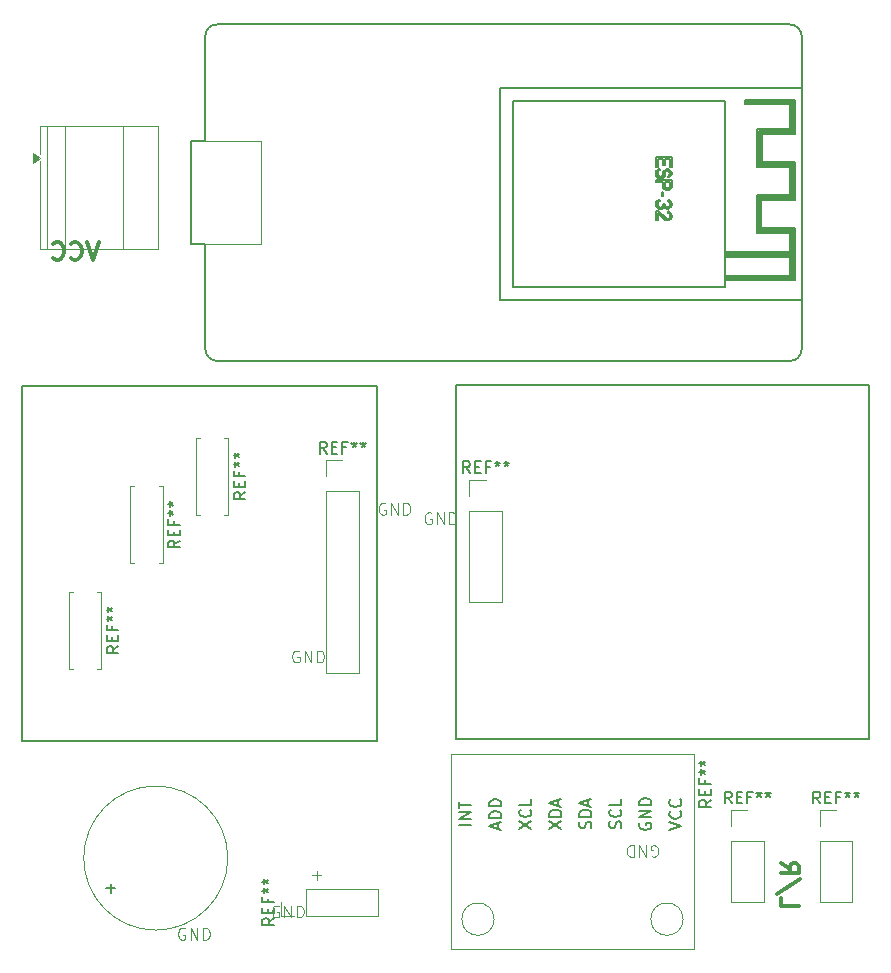
<source format=gbr>
%TF.GenerationSoftware,KiCad,Pcbnew,9.0.2*%
%TF.CreationDate,2025-12-05T19:38:36-05:00*%
%TF.ProjectId,PCB,5043422e-6b69-4636-9164-5f7063625858,rev?*%
%TF.SameCoordinates,Original*%
%TF.FileFunction,Legend,Top*%
%TF.FilePolarity,Positive*%
%FSLAX46Y46*%
G04 Gerber Fmt 4.6, Leading zero omitted, Abs format (unit mm)*
G04 Created by KiCad (PCBNEW 9.0.2) date 2025-12-05 19:38:36*
%MOMM*%
%LPD*%
G01*
G04 APERTURE LIST*
%ADD10C,0.100000*%
%ADD11C,0.300000*%
%ADD12C,0.200000*%
%ADD13C,0.150000*%
%ADD14C,0.120000*%
%ADD15C,0.170000*%
%ADD16C,0.500000*%
%ADD17C,0.400000*%
G04 APERTURE END LIST*
D10*
X76743884Y-116981466D02*
X77505789Y-116981466D01*
X77124836Y-117362419D02*
X77124836Y-116600514D01*
D11*
X116449171Y-118891203D02*
X116449171Y-119605489D01*
X116449171Y-119605489D02*
X117949171Y-119605489D01*
X118020600Y-117319774D02*
X116092028Y-118605488D01*
X116449171Y-115962631D02*
X117163457Y-116462631D01*
X116449171Y-116819774D02*
X117949171Y-116819774D01*
X117949171Y-116819774D02*
X117949171Y-116248345D01*
X117949171Y-116248345D02*
X117877742Y-116105488D01*
X117877742Y-116105488D02*
X117806314Y-116034059D01*
X117806314Y-116034059D02*
X117663457Y-115962631D01*
X117663457Y-115962631D02*
X117449171Y-115962631D01*
X117449171Y-115962631D02*
X117306314Y-116034059D01*
X117306314Y-116034059D02*
X117234885Y-116105488D01*
X117234885Y-116105488D02*
X117163457Y-116248345D01*
X117163457Y-116248345D02*
X117163457Y-116819774D01*
D10*
X105462306Y-115399961D02*
X105557544Y-115447580D01*
X105557544Y-115447580D02*
X105700401Y-115447580D01*
X105700401Y-115447580D02*
X105843258Y-115399961D01*
X105843258Y-115399961D02*
X105938496Y-115304723D01*
X105938496Y-115304723D02*
X105986115Y-115209485D01*
X105986115Y-115209485D02*
X106033734Y-115019009D01*
X106033734Y-115019009D02*
X106033734Y-114876152D01*
X106033734Y-114876152D02*
X105986115Y-114685676D01*
X105986115Y-114685676D02*
X105938496Y-114590438D01*
X105938496Y-114590438D02*
X105843258Y-114495200D01*
X105843258Y-114495200D02*
X105700401Y-114447580D01*
X105700401Y-114447580D02*
X105605163Y-114447580D01*
X105605163Y-114447580D02*
X105462306Y-114495200D01*
X105462306Y-114495200D02*
X105414687Y-114542819D01*
X105414687Y-114542819D02*
X105414687Y-114876152D01*
X105414687Y-114876152D02*
X105605163Y-114876152D01*
X104986115Y-114447580D02*
X104986115Y-115447580D01*
X104986115Y-115447580D02*
X104414687Y-114447580D01*
X104414687Y-114447580D02*
X104414687Y-115447580D01*
X103938496Y-114447580D02*
X103938496Y-115447580D01*
X103938496Y-115447580D02*
X103700401Y-115447580D01*
X103700401Y-115447580D02*
X103557544Y-115399961D01*
X103557544Y-115399961D02*
X103462306Y-115304723D01*
X103462306Y-115304723D02*
X103414687Y-115209485D01*
X103414687Y-115209485D02*
X103367068Y-115019009D01*
X103367068Y-115019009D02*
X103367068Y-114876152D01*
X103367068Y-114876152D02*
X103414687Y-114685676D01*
X103414687Y-114685676D02*
X103462306Y-114590438D01*
X103462306Y-114590438D02*
X103557544Y-114495200D01*
X103557544Y-114495200D02*
X103700401Y-114447580D01*
X103700401Y-114447580D02*
X103938496Y-114447580D01*
X73907693Y-119620038D02*
X73812455Y-119572419D01*
X73812455Y-119572419D02*
X73669598Y-119572419D01*
X73669598Y-119572419D02*
X73526741Y-119620038D01*
X73526741Y-119620038D02*
X73431503Y-119715276D01*
X73431503Y-119715276D02*
X73383884Y-119810514D01*
X73383884Y-119810514D02*
X73336265Y-120000990D01*
X73336265Y-120000990D02*
X73336265Y-120143847D01*
X73336265Y-120143847D02*
X73383884Y-120334323D01*
X73383884Y-120334323D02*
X73431503Y-120429561D01*
X73431503Y-120429561D02*
X73526741Y-120524800D01*
X73526741Y-120524800D02*
X73669598Y-120572419D01*
X73669598Y-120572419D02*
X73764836Y-120572419D01*
X73764836Y-120572419D02*
X73907693Y-120524800D01*
X73907693Y-120524800D02*
X73955312Y-120477180D01*
X73955312Y-120477180D02*
X73955312Y-120143847D01*
X73955312Y-120143847D02*
X73764836Y-120143847D01*
X74383884Y-120572419D02*
X74383884Y-119572419D01*
X74383884Y-119572419D02*
X74955312Y-120572419D01*
X74955312Y-120572419D02*
X74955312Y-119572419D01*
X75431503Y-120572419D02*
X75431503Y-119572419D01*
X75431503Y-119572419D02*
X75669598Y-119572419D01*
X75669598Y-119572419D02*
X75812455Y-119620038D01*
X75812455Y-119620038D02*
X75907693Y-119715276D01*
X75907693Y-119715276D02*
X75955312Y-119810514D01*
X75955312Y-119810514D02*
X76002931Y-120000990D01*
X76002931Y-120000990D02*
X76002931Y-120143847D01*
X76002931Y-120143847D02*
X75955312Y-120334323D01*
X75955312Y-120334323D02*
X75907693Y-120429561D01*
X75907693Y-120429561D02*
X75812455Y-120524800D01*
X75812455Y-120524800D02*
X75669598Y-120572419D01*
X75669598Y-120572419D02*
X75431503Y-120572419D01*
D11*
X58659774Y-63400828D02*
X58159774Y-64900828D01*
X58159774Y-64900828D02*
X57659774Y-63400828D01*
X56302632Y-64757971D02*
X56374060Y-64829400D01*
X56374060Y-64829400D02*
X56588346Y-64900828D01*
X56588346Y-64900828D02*
X56731203Y-64900828D01*
X56731203Y-64900828D02*
X56945489Y-64829400D01*
X56945489Y-64829400D02*
X57088346Y-64686542D01*
X57088346Y-64686542D02*
X57159775Y-64543685D01*
X57159775Y-64543685D02*
X57231203Y-64257971D01*
X57231203Y-64257971D02*
X57231203Y-64043685D01*
X57231203Y-64043685D02*
X57159775Y-63757971D01*
X57159775Y-63757971D02*
X57088346Y-63615114D01*
X57088346Y-63615114D02*
X56945489Y-63472257D01*
X56945489Y-63472257D02*
X56731203Y-63400828D01*
X56731203Y-63400828D02*
X56588346Y-63400828D01*
X56588346Y-63400828D02*
X56374060Y-63472257D01*
X56374060Y-63472257D02*
X56302632Y-63543685D01*
X54802632Y-64757971D02*
X54874060Y-64829400D01*
X54874060Y-64829400D02*
X55088346Y-64900828D01*
X55088346Y-64900828D02*
X55231203Y-64900828D01*
X55231203Y-64900828D02*
X55445489Y-64829400D01*
X55445489Y-64829400D02*
X55588346Y-64686542D01*
X55588346Y-64686542D02*
X55659775Y-64543685D01*
X55659775Y-64543685D02*
X55731203Y-64257971D01*
X55731203Y-64257971D02*
X55731203Y-64043685D01*
X55731203Y-64043685D02*
X55659775Y-63757971D01*
X55659775Y-63757971D02*
X55588346Y-63615114D01*
X55588346Y-63615114D02*
X55445489Y-63472257D01*
X55445489Y-63472257D02*
X55231203Y-63400828D01*
X55231203Y-63400828D02*
X55088346Y-63400828D01*
X55088346Y-63400828D02*
X54874060Y-63472257D01*
X54874060Y-63472257D02*
X54802632Y-63543685D01*
D12*
X52200000Y-75600000D02*
X82200000Y-75600000D01*
X82200000Y-105600000D01*
X52200000Y-105600000D01*
X52200000Y-75600000D01*
D10*
X65957693Y-121500038D02*
X65862455Y-121452419D01*
X65862455Y-121452419D02*
X65719598Y-121452419D01*
X65719598Y-121452419D02*
X65576741Y-121500038D01*
X65576741Y-121500038D02*
X65481503Y-121595276D01*
X65481503Y-121595276D02*
X65433884Y-121690514D01*
X65433884Y-121690514D02*
X65386265Y-121880990D01*
X65386265Y-121880990D02*
X65386265Y-122023847D01*
X65386265Y-122023847D02*
X65433884Y-122214323D01*
X65433884Y-122214323D02*
X65481503Y-122309561D01*
X65481503Y-122309561D02*
X65576741Y-122404800D01*
X65576741Y-122404800D02*
X65719598Y-122452419D01*
X65719598Y-122452419D02*
X65814836Y-122452419D01*
X65814836Y-122452419D02*
X65957693Y-122404800D01*
X65957693Y-122404800D02*
X66005312Y-122357180D01*
X66005312Y-122357180D02*
X66005312Y-122023847D01*
X66005312Y-122023847D02*
X65814836Y-122023847D01*
X66433884Y-122452419D02*
X66433884Y-121452419D01*
X66433884Y-121452419D02*
X67005312Y-122452419D01*
X67005312Y-122452419D02*
X67005312Y-121452419D01*
X67481503Y-122452419D02*
X67481503Y-121452419D01*
X67481503Y-121452419D02*
X67719598Y-121452419D01*
X67719598Y-121452419D02*
X67862455Y-121500038D01*
X67862455Y-121500038D02*
X67957693Y-121595276D01*
X67957693Y-121595276D02*
X68005312Y-121690514D01*
X68005312Y-121690514D02*
X68052931Y-121880990D01*
X68052931Y-121880990D02*
X68052931Y-122023847D01*
X68052931Y-122023847D02*
X68005312Y-122214323D01*
X68005312Y-122214323D02*
X67957693Y-122309561D01*
X67957693Y-122309561D02*
X67862455Y-122404800D01*
X67862455Y-122404800D02*
X67719598Y-122452419D01*
X67719598Y-122452419D02*
X67481503Y-122452419D01*
X75627693Y-98020038D02*
X75532455Y-97972419D01*
X75532455Y-97972419D02*
X75389598Y-97972419D01*
X75389598Y-97972419D02*
X75246741Y-98020038D01*
X75246741Y-98020038D02*
X75151503Y-98115276D01*
X75151503Y-98115276D02*
X75103884Y-98210514D01*
X75103884Y-98210514D02*
X75056265Y-98400990D01*
X75056265Y-98400990D02*
X75056265Y-98543847D01*
X75056265Y-98543847D02*
X75103884Y-98734323D01*
X75103884Y-98734323D02*
X75151503Y-98829561D01*
X75151503Y-98829561D02*
X75246741Y-98924800D01*
X75246741Y-98924800D02*
X75389598Y-98972419D01*
X75389598Y-98972419D02*
X75484836Y-98972419D01*
X75484836Y-98972419D02*
X75627693Y-98924800D01*
X75627693Y-98924800D02*
X75675312Y-98877180D01*
X75675312Y-98877180D02*
X75675312Y-98543847D01*
X75675312Y-98543847D02*
X75484836Y-98543847D01*
X76103884Y-98972419D02*
X76103884Y-97972419D01*
X76103884Y-97972419D02*
X76675312Y-98972419D01*
X76675312Y-98972419D02*
X76675312Y-97972419D01*
X77151503Y-98972419D02*
X77151503Y-97972419D01*
X77151503Y-97972419D02*
X77389598Y-97972419D01*
X77389598Y-97972419D02*
X77532455Y-98020038D01*
X77532455Y-98020038D02*
X77627693Y-98115276D01*
X77627693Y-98115276D02*
X77675312Y-98210514D01*
X77675312Y-98210514D02*
X77722931Y-98400990D01*
X77722931Y-98400990D02*
X77722931Y-98543847D01*
X77722931Y-98543847D02*
X77675312Y-98734323D01*
X77675312Y-98734323D02*
X77627693Y-98829561D01*
X77627693Y-98829561D02*
X77532455Y-98924800D01*
X77532455Y-98924800D02*
X77389598Y-98972419D01*
X77389598Y-98972419D02*
X77151503Y-98972419D01*
X82927693Y-85520038D02*
X82832455Y-85472419D01*
X82832455Y-85472419D02*
X82689598Y-85472419D01*
X82689598Y-85472419D02*
X82546741Y-85520038D01*
X82546741Y-85520038D02*
X82451503Y-85615276D01*
X82451503Y-85615276D02*
X82403884Y-85710514D01*
X82403884Y-85710514D02*
X82356265Y-85900990D01*
X82356265Y-85900990D02*
X82356265Y-86043847D01*
X82356265Y-86043847D02*
X82403884Y-86234323D01*
X82403884Y-86234323D02*
X82451503Y-86329561D01*
X82451503Y-86329561D02*
X82546741Y-86424800D01*
X82546741Y-86424800D02*
X82689598Y-86472419D01*
X82689598Y-86472419D02*
X82784836Y-86472419D01*
X82784836Y-86472419D02*
X82927693Y-86424800D01*
X82927693Y-86424800D02*
X82975312Y-86377180D01*
X82975312Y-86377180D02*
X82975312Y-86043847D01*
X82975312Y-86043847D02*
X82784836Y-86043847D01*
X83403884Y-86472419D02*
X83403884Y-85472419D01*
X83403884Y-85472419D02*
X83975312Y-86472419D01*
X83975312Y-86472419D02*
X83975312Y-85472419D01*
X84451503Y-86472419D02*
X84451503Y-85472419D01*
X84451503Y-85472419D02*
X84689598Y-85472419D01*
X84689598Y-85472419D02*
X84832455Y-85520038D01*
X84832455Y-85520038D02*
X84927693Y-85615276D01*
X84927693Y-85615276D02*
X84975312Y-85710514D01*
X84975312Y-85710514D02*
X85022931Y-85900990D01*
X85022931Y-85900990D02*
X85022931Y-86043847D01*
X85022931Y-86043847D02*
X84975312Y-86234323D01*
X84975312Y-86234323D02*
X84927693Y-86329561D01*
X84927693Y-86329561D02*
X84832455Y-86424800D01*
X84832455Y-86424800D02*
X84689598Y-86472419D01*
X84689598Y-86472419D02*
X84451503Y-86472419D01*
X86827693Y-86320038D02*
X86732455Y-86272419D01*
X86732455Y-86272419D02*
X86589598Y-86272419D01*
X86589598Y-86272419D02*
X86446741Y-86320038D01*
X86446741Y-86320038D02*
X86351503Y-86415276D01*
X86351503Y-86415276D02*
X86303884Y-86510514D01*
X86303884Y-86510514D02*
X86256265Y-86700990D01*
X86256265Y-86700990D02*
X86256265Y-86843847D01*
X86256265Y-86843847D02*
X86303884Y-87034323D01*
X86303884Y-87034323D02*
X86351503Y-87129561D01*
X86351503Y-87129561D02*
X86446741Y-87224800D01*
X86446741Y-87224800D02*
X86589598Y-87272419D01*
X86589598Y-87272419D02*
X86684836Y-87272419D01*
X86684836Y-87272419D02*
X86827693Y-87224800D01*
X86827693Y-87224800D02*
X86875312Y-87177180D01*
X86875312Y-87177180D02*
X86875312Y-86843847D01*
X86875312Y-86843847D02*
X86684836Y-86843847D01*
X87303884Y-87272419D02*
X87303884Y-86272419D01*
X87303884Y-86272419D02*
X87875312Y-87272419D01*
X87875312Y-87272419D02*
X87875312Y-86272419D01*
X88351503Y-87272419D02*
X88351503Y-86272419D01*
X88351503Y-86272419D02*
X88589598Y-86272419D01*
X88589598Y-86272419D02*
X88732455Y-86320038D01*
X88732455Y-86320038D02*
X88827693Y-86415276D01*
X88827693Y-86415276D02*
X88875312Y-86510514D01*
X88875312Y-86510514D02*
X88922931Y-86700990D01*
X88922931Y-86700990D02*
X88922931Y-86843847D01*
X88922931Y-86843847D02*
X88875312Y-87034323D01*
X88875312Y-87034323D02*
X88827693Y-87129561D01*
X88827693Y-87129561D02*
X88732455Y-87224800D01*
X88732455Y-87224800D02*
X88589598Y-87272419D01*
X88589598Y-87272419D02*
X88351503Y-87272419D01*
D12*
X88900000Y-75500000D02*
X123900000Y-75500000D01*
X123900000Y-105500000D01*
X88900000Y-105500000D01*
X88900000Y-75500000D01*
D13*
X71084819Y-84543333D02*
X70608628Y-84876666D01*
X71084819Y-85114761D02*
X70084819Y-85114761D01*
X70084819Y-85114761D02*
X70084819Y-84733809D01*
X70084819Y-84733809D02*
X70132438Y-84638571D01*
X70132438Y-84638571D02*
X70180057Y-84590952D01*
X70180057Y-84590952D02*
X70275295Y-84543333D01*
X70275295Y-84543333D02*
X70418152Y-84543333D01*
X70418152Y-84543333D02*
X70513390Y-84590952D01*
X70513390Y-84590952D02*
X70561009Y-84638571D01*
X70561009Y-84638571D02*
X70608628Y-84733809D01*
X70608628Y-84733809D02*
X70608628Y-85114761D01*
X70561009Y-84114761D02*
X70561009Y-83781428D01*
X71084819Y-83638571D02*
X71084819Y-84114761D01*
X71084819Y-84114761D02*
X70084819Y-84114761D01*
X70084819Y-84114761D02*
X70084819Y-83638571D01*
X70561009Y-82876666D02*
X70561009Y-83209999D01*
X71084819Y-83209999D02*
X70084819Y-83209999D01*
X70084819Y-83209999D02*
X70084819Y-82733809D01*
X70084819Y-82209999D02*
X70322914Y-82209999D01*
X70227676Y-82448094D02*
X70322914Y-82209999D01*
X70322914Y-82209999D02*
X70227676Y-81971904D01*
X70513390Y-82352856D02*
X70322914Y-82209999D01*
X70322914Y-82209999D02*
X70513390Y-82067142D01*
X70084819Y-81448094D02*
X70322914Y-81448094D01*
X70227676Y-81686189D02*
X70322914Y-81448094D01*
X70322914Y-81448094D02*
X70227676Y-81209999D01*
X70513390Y-81590951D02*
X70322914Y-81448094D01*
X70322914Y-81448094D02*
X70513390Y-81305237D01*
X65534819Y-88653333D02*
X65058628Y-88986666D01*
X65534819Y-89224761D02*
X64534819Y-89224761D01*
X64534819Y-89224761D02*
X64534819Y-88843809D01*
X64534819Y-88843809D02*
X64582438Y-88748571D01*
X64582438Y-88748571D02*
X64630057Y-88700952D01*
X64630057Y-88700952D02*
X64725295Y-88653333D01*
X64725295Y-88653333D02*
X64868152Y-88653333D01*
X64868152Y-88653333D02*
X64963390Y-88700952D01*
X64963390Y-88700952D02*
X65011009Y-88748571D01*
X65011009Y-88748571D02*
X65058628Y-88843809D01*
X65058628Y-88843809D02*
X65058628Y-89224761D01*
X65011009Y-88224761D02*
X65011009Y-87891428D01*
X65534819Y-87748571D02*
X65534819Y-88224761D01*
X65534819Y-88224761D02*
X64534819Y-88224761D01*
X64534819Y-88224761D02*
X64534819Y-87748571D01*
X65011009Y-86986666D02*
X65011009Y-87319999D01*
X65534819Y-87319999D02*
X64534819Y-87319999D01*
X64534819Y-87319999D02*
X64534819Y-86843809D01*
X64534819Y-86319999D02*
X64772914Y-86319999D01*
X64677676Y-86558094D02*
X64772914Y-86319999D01*
X64772914Y-86319999D02*
X64677676Y-86081904D01*
X64963390Y-86462856D02*
X64772914Y-86319999D01*
X64772914Y-86319999D02*
X64963390Y-86177142D01*
X64534819Y-85558094D02*
X64772914Y-85558094D01*
X64677676Y-85796189D02*
X64772914Y-85558094D01*
X64772914Y-85558094D02*
X64677676Y-85319999D01*
X64963390Y-85700951D02*
X64772914Y-85558094D01*
X64772914Y-85558094D02*
X64963390Y-85415237D01*
X60324819Y-97593333D02*
X59848628Y-97926666D01*
X60324819Y-98164761D02*
X59324819Y-98164761D01*
X59324819Y-98164761D02*
X59324819Y-97783809D01*
X59324819Y-97783809D02*
X59372438Y-97688571D01*
X59372438Y-97688571D02*
X59420057Y-97640952D01*
X59420057Y-97640952D02*
X59515295Y-97593333D01*
X59515295Y-97593333D02*
X59658152Y-97593333D01*
X59658152Y-97593333D02*
X59753390Y-97640952D01*
X59753390Y-97640952D02*
X59801009Y-97688571D01*
X59801009Y-97688571D02*
X59848628Y-97783809D01*
X59848628Y-97783809D02*
X59848628Y-98164761D01*
X59801009Y-97164761D02*
X59801009Y-96831428D01*
X60324819Y-96688571D02*
X60324819Y-97164761D01*
X60324819Y-97164761D02*
X59324819Y-97164761D01*
X59324819Y-97164761D02*
X59324819Y-96688571D01*
X59801009Y-95926666D02*
X59801009Y-96259999D01*
X60324819Y-96259999D02*
X59324819Y-96259999D01*
X59324819Y-96259999D02*
X59324819Y-95783809D01*
X59324819Y-95259999D02*
X59562914Y-95259999D01*
X59467676Y-95498094D02*
X59562914Y-95259999D01*
X59562914Y-95259999D02*
X59467676Y-95021904D01*
X59753390Y-95402856D02*
X59562914Y-95259999D01*
X59562914Y-95259999D02*
X59753390Y-95117142D01*
X59324819Y-94498094D02*
X59562914Y-94498094D01*
X59467676Y-94736189D02*
X59562914Y-94498094D01*
X59562914Y-94498094D02*
X59467676Y-94259999D01*
X59753390Y-94640951D02*
X59562914Y-94498094D01*
X59562914Y-94498094D02*
X59753390Y-94355237D01*
X119736666Y-110914819D02*
X119403333Y-110438628D01*
X119165238Y-110914819D02*
X119165238Y-109914819D01*
X119165238Y-109914819D02*
X119546190Y-109914819D01*
X119546190Y-109914819D02*
X119641428Y-109962438D01*
X119641428Y-109962438D02*
X119689047Y-110010057D01*
X119689047Y-110010057D02*
X119736666Y-110105295D01*
X119736666Y-110105295D02*
X119736666Y-110248152D01*
X119736666Y-110248152D02*
X119689047Y-110343390D01*
X119689047Y-110343390D02*
X119641428Y-110391009D01*
X119641428Y-110391009D02*
X119546190Y-110438628D01*
X119546190Y-110438628D02*
X119165238Y-110438628D01*
X120165238Y-110391009D02*
X120498571Y-110391009D01*
X120641428Y-110914819D02*
X120165238Y-110914819D01*
X120165238Y-110914819D02*
X120165238Y-109914819D01*
X120165238Y-109914819D02*
X120641428Y-109914819D01*
X121403333Y-110391009D02*
X121070000Y-110391009D01*
X121070000Y-110914819D02*
X121070000Y-109914819D01*
X121070000Y-109914819D02*
X121546190Y-109914819D01*
X122070000Y-109914819D02*
X122070000Y-110152914D01*
X121831905Y-110057676D02*
X122070000Y-110152914D01*
X122070000Y-110152914D02*
X122308095Y-110057676D01*
X121927143Y-110343390D02*
X122070000Y-110152914D01*
X122070000Y-110152914D02*
X122212857Y-110343390D01*
X122831905Y-109914819D02*
X122831905Y-110152914D01*
X122593810Y-110057676D02*
X122831905Y-110152914D01*
X122831905Y-110152914D02*
X123070000Y-110057676D01*
X122689048Y-110343390D02*
X122831905Y-110152914D01*
X122831905Y-110152914D02*
X122974762Y-110343390D01*
X112236666Y-110914819D02*
X111903333Y-110438628D01*
X111665238Y-110914819D02*
X111665238Y-109914819D01*
X111665238Y-109914819D02*
X112046190Y-109914819D01*
X112046190Y-109914819D02*
X112141428Y-109962438D01*
X112141428Y-109962438D02*
X112189047Y-110010057D01*
X112189047Y-110010057D02*
X112236666Y-110105295D01*
X112236666Y-110105295D02*
X112236666Y-110248152D01*
X112236666Y-110248152D02*
X112189047Y-110343390D01*
X112189047Y-110343390D02*
X112141428Y-110391009D01*
X112141428Y-110391009D02*
X112046190Y-110438628D01*
X112046190Y-110438628D02*
X111665238Y-110438628D01*
X112665238Y-110391009D02*
X112998571Y-110391009D01*
X113141428Y-110914819D02*
X112665238Y-110914819D01*
X112665238Y-110914819D02*
X112665238Y-109914819D01*
X112665238Y-109914819D02*
X113141428Y-109914819D01*
X113903333Y-110391009D02*
X113570000Y-110391009D01*
X113570000Y-110914819D02*
X113570000Y-109914819D01*
X113570000Y-109914819D02*
X114046190Y-109914819D01*
X114570000Y-109914819D02*
X114570000Y-110152914D01*
X114331905Y-110057676D02*
X114570000Y-110152914D01*
X114570000Y-110152914D02*
X114808095Y-110057676D01*
X114427143Y-110343390D02*
X114570000Y-110152914D01*
X114570000Y-110152914D02*
X114712857Y-110343390D01*
X115331905Y-109914819D02*
X115331905Y-110152914D01*
X115093810Y-110057676D02*
X115331905Y-110152914D01*
X115331905Y-110152914D02*
X115570000Y-110057676D01*
X115189048Y-110343390D02*
X115331905Y-110152914D01*
X115331905Y-110152914D02*
X115474762Y-110343390D01*
X110524819Y-110613333D02*
X110048628Y-110946666D01*
X110524819Y-111184761D02*
X109524819Y-111184761D01*
X109524819Y-111184761D02*
X109524819Y-110803809D01*
X109524819Y-110803809D02*
X109572438Y-110708571D01*
X109572438Y-110708571D02*
X109620057Y-110660952D01*
X109620057Y-110660952D02*
X109715295Y-110613333D01*
X109715295Y-110613333D02*
X109858152Y-110613333D01*
X109858152Y-110613333D02*
X109953390Y-110660952D01*
X109953390Y-110660952D02*
X110001009Y-110708571D01*
X110001009Y-110708571D02*
X110048628Y-110803809D01*
X110048628Y-110803809D02*
X110048628Y-111184761D01*
X110001009Y-110184761D02*
X110001009Y-109851428D01*
X110524819Y-109708571D02*
X110524819Y-110184761D01*
X110524819Y-110184761D02*
X109524819Y-110184761D01*
X109524819Y-110184761D02*
X109524819Y-109708571D01*
X110001009Y-108946666D02*
X110001009Y-109279999D01*
X110524819Y-109279999D02*
X109524819Y-109279999D01*
X109524819Y-109279999D02*
X109524819Y-108803809D01*
X109524819Y-108279999D02*
X109762914Y-108279999D01*
X109667676Y-108518094D02*
X109762914Y-108279999D01*
X109762914Y-108279999D02*
X109667676Y-108041904D01*
X109953390Y-108422856D02*
X109762914Y-108279999D01*
X109762914Y-108279999D02*
X109953390Y-108137142D01*
X109524819Y-107518094D02*
X109762914Y-107518094D01*
X109667676Y-107756189D02*
X109762914Y-107518094D01*
X109762914Y-107518094D02*
X109667676Y-107279999D01*
X109953390Y-107660951D02*
X109762914Y-107518094D01*
X109762914Y-107518094D02*
X109953390Y-107375237D01*
X94284819Y-113058094D02*
X95284819Y-112391428D01*
X94284819Y-112391428D02*
X95284819Y-113058094D01*
X95189580Y-111439047D02*
X95237200Y-111486666D01*
X95237200Y-111486666D02*
X95284819Y-111629523D01*
X95284819Y-111629523D02*
X95284819Y-111724761D01*
X95284819Y-111724761D02*
X95237200Y-111867618D01*
X95237200Y-111867618D02*
X95141961Y-111962856D01*
X95141961Y-111962856D02*
X95046723Y-112010475D01*
X95046723Y-112010475D02*
X94856247Y-112058094D01*
X94856247Y-112058094D02*
X94713390Y-112058094D01*
X94713390Y-112058094D02*
X94522914Y-112010475D01*
X94522914Y-112010475D02*
X94427676Y-111962856D01*
X94427676Y-111962856D02*
X94332438Y-111867618D01*
X94332438Y-111867618D02*
X94284819Y-111724761D01*
X94284819Y-111724761D02*
X94284819Y-111629523D01*
X94284819Y-111629523D02*
X94332438Y-111486666D01*
X94332438Y-111486666D02*
X94380057Y-111439047D01*
X95284819Y-110534285D02*
X95284819Y-111010475D01*
X95284819Y-111010475D02*
X94284819Y-111010475D01*
X90204819Y-112724761D02*
X89204819Y-112724761D01*
X90204819Y-112248571D02*
X89204819Y-112248571D01*
X89204819Y-112248571D02*
X90204819Y-111677143D01*
X90204819Y-111677143D02*
X89204819Y-111677143D01*
X89204819Y-111343809D02*
X89204819Y-110772381D01*
X90204819Y-111058095D02*
X89204819Y-111058095D01*
X100317200Y-113034285D02*
X100364819Y-112891428D01*
X100364819Y-112891428D02*
X100364819Y-112653333D01*
X100364819Y-112653333D02*
X100317200Y-112558095D01*
X100317200Y-112558095D02*
X100269580Y-112510476D01*
X100269580Y-112510476D02*
X100174342Y-112462857D01*
X100174342Y-112462857D02*
X100079104Y-112462857D01*
X100079104Y-112462857D02*
X99983866Y-112510476D01*
X99983866Y-112510476D02*
X99936247Y-112558095D01*
X99936247Y-112558095D02*
X99888628Y-112653333D01*
X99888628Y-112653333D02*
X99841009Y-112843809D01*
X99841009Y-112843809D02*
X99793390Y-112939047D01*
X99793390Y-112939047D02*
X99745771Y-112986666D01*
X99745771Y-112986666D02*
X99650533Y-113034285D01*
X99650533Y-113034285D02*
X99555295Y-113034285D01*
X99555295Y-113034285D02*
X99460057Y-112986666D01*
X99460057Y-112986666D02*
X99412438Y-112939047D01*
X99412438Y-112939047D02*
X99364819Y-112843809D01*
X99364819Y-112843809D02*
X99364819Y-112605714D01*
X99364819Y-112605714D02*
X99412438Y-112462857D01*
X100364819Y-112034285D02*
X99364819Y-112034285D01*
X99364819Y-112034285D02*
X99364819Y-111796190D01*
X99364819Y-111796190D02*
X99412438Y-111653333D01*
X99412438Y-111653333D02*
X99507676Y-111558095D01*
X99507676Y-111558095D02*
X99602914Y-111510476D01*
X99602914Y-111510476D02*
X99793390Y-111462857D01*
X99793390Y-111462857D02*
X99936247Y-111462857D01*
X99936247Y-111462857D02*
X100126723Y-111510476D01*
X100126723Y-111510476D02*
X100221961Y-111558095D01*
X100221961Y-111558095D02*
X100317200Y-111653333D01*
X100317200Y-111653333D02*
X100364819Y-111796190D01*
X100364819Y-111796190D02*
X100364819Y-112034285D01*
X100079104Y-111081904D02*
X100079104Y-110605714D01*
X100364819Y-111177142D02*
X99364819Y-110843809D01*
X99364819Y-110843809D02*
X100364819Y-110510476D01*
X92459104Y-113058094D02*
X92459104Y-112581904D01*
X92744819Y-113153332D02*
X91744819Y-112819999D01*
X91744819Y-112819999D02*
X92744819Y-112486666D01*
X92744819Y-112153332D02*
X91744819Y-112153332D01*
X91744819Y-112153332D02*
X91744819Y-111915237D01*
X91744819Y-111915237D02*
X91792438Y-111772380D01*
X91792438Y-111772380D02*
X91887676Y-111677142D01*
X91887676Y-111677142D02*
X91982914Y-111629523D01*
X91982914Y-111629523D02*
X92173390Y-111581904D01*
X92173390Y-111581904D02*
X92316247Y-111581904D01*
X92316247Y-111581904D02*
X92506723Y-111629523D01*
X92506723Y-111629523D02*
X92601961Y-111677142D01*
X92601961Y-111677142D02*
X92697200Y-111772380D01*
X92697200Y-111772380D02*
X92744819Y-111915237D01*
X92744819Y-111915237D02*
X92744819Y-112153332D01*
X92744819Y-111153332D02*
X91744819Y-111153332D01*
X91744819Y-111153332D02*
X91744819Y-110915237D01*
X91744819Y-110915237D02*
X91792438Y-110772380D01*
X91792438Y-110772380D02*
X91887676Y-110677142D01*
X91887676Y-110677142D02*
X91982914Y-110629523D01*
X91982914Y-110629523D02*
X92173390Y-110581904D01*
X92173390Y-110581904D02*
X92316247Y-110581904D01*
X92316247Y-110581904D02*
X92506723Y-110629523D01*
X92506723Y-110629523D02*
X92601961Y-110677142D01*
X92601961Y-110677142D02*
X92697200Y-110772380D01*
X92697200Y-110772380D02*
X92744819Y-110915237D01*
X92744819Y-110915237D02*
X92744819Y-111153332D01*
X106984819Y-113153332D02*
X107984819Y-112819999D01*
X107984819Y-112819999D02*
X106984819Y-112486666D01*
X107889580Y-111581904D02*
X107937200Y-111629523D01*
X107937200Y-111629523D02*
X107984819Y-111772380D01*
X107984819Y-111772380D02*
X107984819Y-111867618D01*
X107984819Y-111867618D02*
X107937200Y-112010475D01*
X107937200Y-112010475D02*
X107841961Y-112105713D01*
X107841961Y-112105713D02*
X107746723Y-112153332D01*
X107746723Y-112153332D02*
X107556247Y-112200951D01*
X107556247Y-112200951D02*
X107413390Y-112200951D01*
X107413390Y-112200951D02*
X107222914Y-112153332D01*
X107222914Y-112153332D02*
X107127676Y-112105713D01*
X107127676Y-112105713D02*
X107032438Y-112010475D01*
X107032438Y-112010475D02*
X106984819Y-111867618D01*
X106984819Y-111867618D02*
X106984819Y-111772380D01*
X106984819Y-111772380D02*
X107032438Y-111629523D01*
X107032438Y-111629523D02*
X107080057Y-111581904D01*
X107889580Y-110581904D02*
X107937200Y-110629523D01*
X107937200Y-110629523D02*
X107984819Y-110772380D01*
X107984819Y-110772380D02*
X107984819Y-110867618D01*
X107984819Y-110867618D02*
X107937200Y-111010475D01*
X107937200Y-111010475D02*
X107841961Y-111105713D01*
X107841961Y-111105713D02*
X107746723Y-111153332D01*
X107746723Y-111153332D02*
X107556247Y-111200951D01*
X107556247Y-111200951D02*
X107413390Y-111200951D01*
X107413390Y-111200951D02*
X107222914Y-111153332D01*
X107222914Y-111153332D02*
X107127676Y-111105713D01*
X107127676Y-111105713D02*
X107032438Y-111010475D01*
X107032438Y-111010475D02*
X106984819Y-110867618D01*
X106984819Y-110867618D02*
X106984819Y-110772380D01*
X106984819Y-110772380D02*
X107032438Y-110629523D01*
X107032438Y-110629523D02*
X107080057Y-110581904D01*
X104492438Y-112581904D02*
X104444819Y-112677142D01*
X104444819Y-112677142D02*
X104444819Y-112819999D01*
X104444819Y-112819999D02*
X104492438Y-112962856D01*
X104492438Y-112962856D02*
X104587676Y-113058094D01*
X104587676Y-113058094D02*
X104682914Y-113105713D01*
X104682914Y-113105713D02*
X104873390Y-113153332D01*
X104873390Y-113153332D02*
X105016247Y-113153332D01*
X105016247Y-113153332D02*
X105206723Y-113105713D01*
X105206723Y-113105713D02*
X105301961Y-113058094D01*
X105301961Y-113058094D02*
X105397200Y-112962856D01*
X105397200Y-112962856D02*
X105444819Y-112819999D01*
X105444819Y-112819999D02*
X105444819Y-112724761D01*
X105444819Y-112724761D02*
X105397200Y-112581904D01*
X105397200Y-112581904D02*
X105349580Y-112534285D01*
X105349580Y-112534285D02*
X105016247Y-112534285D01*
X105016247Y-112534285D02*
X105016247Y-112724761D01*
X105444819Y-112105713D02*
X104444819Y-112105713D01*
X104444819Y-112105713D02*
X105444819Y-111534285D01*
X105444819Y-111534285D02*
X104444819Y-111534285D01*
X105444819Y-111058094D02*
X104444819Y-111058094D01*
X104444819Y-111058094D02*
X104444819Y-110819999D01*
X104444819Y-110819999D02*
X104492438Y-110677142D01*
X104492438Y-110677142D02*
X104587676Y-110581904D01*
X104587676Y-110581904D02*
X104682914Y-110534285D01*
X104682914Y-110534285D02*
X104873390Y-110486666D01*
X104873390Y-110486666D02*
X105016247Y-110486666D01*
X105016247Y-110486666D02*
X105206723Y-110534285D01*
X105206723Y-110534285D02*
X105301961Y-110581904D01*
X105301961Y-110581904D02*
X105397200Y-110677142D01*
X105397200Y-110677142D02*
X105444819Y-110819999D01*
X105444819Y-110819999D02*
X105444819Y-111058094D01*
X96824819Y-113081904D02*
X97824819Y-112415238D01*
X96824819Y-112415238D02*
X97824819Y-113081904D01*
X97824819Y-112034285D02*
X96824819Y-112034285D01*
X96824819Y-112034285D02*
X96824819Y-111796190D01*
X96824819Y-111796190D02*
X96872438Y-111653333D01*
X96872438Y-111653333D02*
X96967676Y-111558095D01*
X96967676Y-111558095D02*
X97062914Y-111510476D01*
X97062914Y-111510476D02*
X97253390Y-111462857D01*
X97253390Y-111462857D02*
X97396247Y-111462857D01*
X97396247Y-111462857D02*
X97586723Y-111510476D01*
X97586723Y-111510476D02*
X97681961Y-111558095D01*
X97681961Y-111558095D02*
X97777200Y-111653333D01*
X97777200Y-111653333D02*
X97824819Y-111796190D01*
X97824819Y-111796190D02*
X97824819Y-112034285D01*
X97539104Y-111081904D02*
X97539104Y-110605714D01*
X97824819Y-111177142D02*
X96824819Y-110843809D01*
X96824819Y-110843809D02*
X97824819Y-110510476D01*
X102857200Y-113010475D02*
X102904819Y-112867618D01*
X102904819Y-112867618D02*
X102904819Y-112629523D01*
X102904819Y-112629523D02*
X102857200Y-112534285D01*
X102857200Y-112534285D02*
X102809580Y-112486666D01*
X102809580Y-112486666D02*
X102714342Y-112439047D01*
X102714342Y-112439047D02*
X102619104Y-112439047D01*
X102619104Y-112439047D02*
X102523866Y-112486666D01*
X102523866Y-112486666D02*
X102476247Y-112534285D01*
X102476247Y-112534285D02*
X102428628Y-112629523D01*
X102428628Y-112629523D02*
X102381009Y-112819999D01*
X102381009Y-112819999D02*
X102333390Y-112915237D01*
X102333390Y-112915237D02*
X102285771Y-112962856D01*
X102285771Y-112962856D02*
X102190533Y-113010475D01*
X102190533Y-113010475D02*
X102095295Y-113010475D01*
X102095295Y-113010475D02*
X102000057Y-112962856D01*
X102000057Y-112962856D02*
X101952438Y-112915237D01*
X101952438Y-112915237D02*
X101904819Y-112819999D01*
X101904819Y-112819999D02*
X101904819Y-112581904D01*
X101904819Y-112581904D02*
X101952438Y-112439047D01*
X102809580Y-111439047D02*
X102857200Y-111486666D01*
X102857200Y-111486666D02*
X102904819Y-111629523D01*
X102904819Y-111629523D02*
X102904819Y-111724761D01*
X102904819Y-111724761D02*
X102857200Y-111867618D01*
X102857200Y-111867618D02*
X102761961Y-111962856D01*
X102761961Y-111962856D02*
X102666723Y-112010475D01*
X102666723Y-112010475D02*
X102476247Y-112058094D01*
X102476247Y-112058094D02*
X102333390Y-112058094D01*
X102333390Y-112058094D02*
X102142914Y-112010475D01*
X102142914Y-112010475D02*
X102047676Y-111962856D01*
X102047676Y-111962856D02*
X101952438Y-111867618D01*
X101952438Y-111867618D02*
X101904819Y-111724761D01*
X101904819Y-111724761D02*
X101904819Y-111629523D01*
X101904819Y-111629523D02*
X101952438Y-111486666D01*
X101952438Y-111486666D02*
X102000057Y-111439047D01*
X102904819Y-110534285D02*
X102904819Y-111010475D01*
X102904819Y-111010475D02*
X101904819Y-111010475D01*
X59299048Y-118113866D02*
X60060953Y-118113866D01*
X59680000Y-118494819D02*
X59680000Y-117732914D01*
X73524819Y-120633333D02*
X73048628Y-120966666D01*
X73524819Y-121204761D02*
X72524819Y-121204761D01*
X72524819Y-121204761D02*
X72524819Y-120823809D01*
X72524819Y-120823809D02*
X72572438Y-120728571D01*
X72572438Y-120728571D02*
X72620057Y-120680952D01*
X72620057Y-120680952D02*
X72715295Y-120633333D01*
X72715295Y-120633333D02*
X72858152Y-120633333D01*
X72858152Y-120633333D02*
X72953390Y-120680952D01*
X72953390Y-120680952D02*
X73001009Y-120728571D01*
X73001009Y-120728571D02*
X73048628Y-120823809D01*
X73048628Y-120823809D02*
X73048628Y-121204761D01*
X73001009Y-120204761D02*
X73001009Y-119871428D01*
X73524819Y-119728571D02*
X73524819Y-120204761D01*
X73524819Y-120204761D02*
X72524819Y-120204761D01*
X72524819Y-120204761D02*
X72524819Y-119728571D01*
X73001009Y-118966666D02*
X73001009Y-119299999D01*
X73524819Y-119299999D02*
X72524819Y-119299999D01*
X72524819Y-119299999D02*
X72524819Y-118823809D01*
X72524819Y-118299999D02*
X72762914Y-118299999D01*
X72667676Y-118538094D02*
X72762914Y-118299999D01*
X72762914Y-118299999D02*
X72667676Y-118061904D01*
X72953390Y-118442856D02*
X72762914Y-118299999D01*
X72762914Y-118299999D02*
X72953390Y-118157142D01*
X72524819Y-117538094D02*
X72762914Y-117538094D01*
X72667676Y-117776189D02*
X72762914Y-117538094D01*
X72762914Y-117538094D02*
X72667676Y-117299999D01*
X72953390Y-117680951D02*
X72762914Y-117538094D01*
X72762914Y-117538094D02*
X72953390Y-117395237D01*
X77966666Y-81294819D02*
X77633333Y-80818628D01*
X77395238Y-81294819D02*
X77395238Y-80294819D01*
X77395238Y-80294819D02*
X77776190Y-80294819D01*
X77776190Y-80294819D02*
X77871428Y-80342438D01*
X77871428Y-80342438D02*
X77919047Y-80390057D01*
X77919047Y-80390057D02*
X77966666Y-80485295D01*
X77966666Y-80485295D02*
X77966666Y-80628152D01*
X77966666Y-80628152D02*
X77919047Y-80723390D01*
X77919047Y-80723390D02*
X77871428Y-80771009D01*
X77871428Y-80771009D02*
X77776190Y-80818628D01*
X77776190Y-80818628D02*
X77395238Y-80818628D01*
X78395238Y-80771009D02*
X78728571Y-80771009D01*
X78871428Y-81294819D02*
X78395238Y-81294819D01*
X78395238Y-81294819D02*
X78395238Y-80294819D01*
X78395238Y-80294819D02*
X78871428Y-80294819D01*
X79633333Y-80771009D02*
X79300000Y-80771009D01*
X79300000Y-81294819D02*
X79300000Y-80294819D01*
X79300000Y-80294819D02*
X79776190Y-80294819D01*
X80300000Y-80294819D02*
X80300000Y-80532914D01*
X80061905Y-80437676D02*
X80300000Y-80532914D01*
X80300000Y-80532914D02*
X80538095Y-80437676D01*
X80157143Y-80723390D02*
X80300000Y-80532914D01*
X80300000Y-80532914D02*
X80442857Y-80723390D01*
X81061905Y-80294819D02*
X81061905Y-80532914D01*
X80823810Y-80437676D02*
X81061905Y-80532914D01*
X81061905Y-80532914D02*
X81300000Y-80437676D01*
X80919048Y-80723390D02*
X81061905Y-80532914D01*
X81061905Y-80532914D02*
X81204762Y-80723390D01*
X90086666Y-82944819D02*
X89753333Y-82468628D01*
X89515238Y-82944819D02*
X89515238Y-81944819D01*
X89515238Y-81944819D02*
X89896190Y-81944819D01*
X89896190Y-81944819D02*
X89991428Y-81992438D01*
X89991428Y-81992438D02*
X90039047Y-82040057D01*
X90039047Y-82040057D02*
X90086666Y-82135295D01*
X90086666Y-82135295D02*
X90086666Y-82278152D01*
X90086666Y-82278152D02*
X90039047Y-82373390D01*
X90039047Y-82373390D02*
X89991428Y-82421009D01*
X89991428Y-82421009D02*
X89896190Y-82468628D01*
X89896190Y-82468628D02*
X89515238Y-82468628D01*
X90515238Y-82421009D02*
X90848571Y-82421009D01*
X90991428Y-82944819D02*
X90515238Y-82944819D01*
X90515238Y-82944819D02*
X90515238Y-81944819D01*
X90515238Y-81944819D02*
X90991428Y-81944819D01*
X91753333Y-82421009D02*
X91420000Y-82421009D01*
X91420000Y-82944819D02*
X91420000Y-81944819D01*
X91420000Y-81944819D02*
X91896190Y-81944819D01*
X92420000Y-81944819D02*
X92420000Y-82182914D01*
X92181905Y-82087676D02*
X92420000Y-82182914D01*
X92420000Y-82182914D02*
X92658095Y-82087676D01*
X92277143Y-82373390D02*
X92420000Y-82182914D01*
X92420000Y-82182914D02*
X92562857Y-82373390D01*
X93181905Y-81944819D02*
X93181905Y-82182914D01*
X92943810Y-82087676D02*
X93181905Y-82182914D01*
X93181905Y-82182914D02*
X93420000Y-82087676D01*
X93039048Y-82373390D02*
X93181905Y-82182914D01*
X93181905Y-82182914D02*
X93324762Y-82373390D01*
D14*
%TO.C,REF\u002A\u002A*%
X66890000Y-79940000D02*
X66890000Y-86480000D01*
X66890000Y-86480000D02*
X67220000Y-86480000D01*
X67220000Y-79940000D02*
X66890000Y-79940000D01*
X69300000Y-79940000D02*
X69630000Y-79940000D01*
X69630000Y-79940000D02*
X69630000Y-86480000D01*
X69630000Y-86480000D02*
X69300000Y-86480000D01*
X61340000Y-84050000D02*
X61340000Y-90590000D01*
X61340000Y-90590000D02*
X61670000Y-90590000D01*
X61670000Y-84050000D02*
X61340000Y-84050000D01*
X63750000Y-84050000D02*
X64080000Y-84050000D01*
X64080000Y-84050000D02*
X64080000Y-90590000D01*
X64080000Y-90590000D02*
X63750000Y-90590000D01*
X58870000Y-92990000D02*
X58870000Y-99530000D01*
X58540000Y-92990000D02*
X58870000Y-92990000D01*
X56460000Y-92990000D02*
X56130000Y-92990000D01*
X56130000Y-92990000D02*
X56130000Y-99530000D01*
X58870000Y-99530000D02*
X58540000Y-99530000D01*
X56130000Y-99530000D02*
X56460000Y-99530000D01*
X119690000Y-119300000D02*
X122450000Y-119300000D01*
X119690000Y-114110000D02*
X119690000Y-119300000D01*
X119690000Y-114110000D02*
X122450000Y-114110000D01*
X122450000Y-114110000D02*
X122450000Y-119300000D01*
X119690000Y-112840000D02*
X119690000Y-111460000D01*
X119690000Y-111460000D02*
X121070000Y-111460000D01*
X112190000Y-119300000D02*
X114950000Y-119300000D01*
X112190000Y-114110000D02*
X112190000Y-119300000D01*
X112190000Y-114110000D02*
X114950000Y-114110000D01*
X114950000Y-114110000D02*
X114950000Y-119300000D01*
X112190000Y-112840000D02*
X112190000Y-111460000D01*
X112190000Y-111460000D02*
X113570000Y-111460000D01*
X88480000Y-106740000D02*
X109054000Y-106740000D01*
X88480000Y-123250000D02*
X88480000Y-106740000D01*
X109054000Y-106740000D02*
X109054000Y-123250000D01*
X109054000Y-123250000D02*
X88480000Y-123250000D01*
X92133832Y-120710000D02*
G75*
G02*
X89398168Y-120710000I-1367832J0D01*
G01*
X89398168Y-120710000D02*
G75*
G02*
X92133832Y-120710000I1367832J0D01*
G01*
X108135832Y-120710000D02*
G75*
G02*
X105400168Y-120710000I-1367832J0D01*
G01*
X105400168Y-120710000D02*
G75*
G02*
X108135832Y-120710000I1367832J0D01*
G01*
D15*
X118175119Y-72456929D02*
G75*
G02*
X117175119Y-73456929I-999695J-305D01*
G01*
X117175119Y-44956929D02*
G75*
G02*
X118175071Y-45956929I281J-999671D01*
G01*
X68730000Y-73456940D02*
G75*
G02*
X67675119Y-72456929I-321J1056048D01*
G01*
X67675119Y-45956929D02*
G75*
G02*
X68675119Y-44956919I999681J329D01*
G01*
D12*
X93762987Y-67166929D02*
X111725119Y-67166929D01*
X111725119Y-51404799D01*
X93762987Y-51404799D01*
X93762987Y-67166929D01*
D13*
X92675119Y-50316929D02*
X118175119Y-50316929D01*
X118175119Y-68316929D01*
X92675119Y-68316929D01*
X92675119Y-50316929D01*
D14*
X66480000Y-63583595D02*
X72380000Y-63583595D01*
X72380000Y-54806929D01*
X66480000Y-54806929D01*
X66480000Y-63583595D01*
D12*
X118175119Y-50316929D02*
X118175119Y-68316929D01*
D15*
X118175119Y-45956929D02*
X118175119Y-72456929D01*
D12*
X117575119Y-66616929D02*
X111725119Y-66616929D01*
X117575119Y-62216929D02*
X117575119Y-66616929D01*
X117575119Y-59816929D02*
X114775119Y-59816929D01*
X117575119Y-56616929D02*
X117575119Y-59816929D01*
X117575119Y-54216929D02*
X114775119Y-54216929D01*
X117575119Y-51316929D02*
X117575119Y-54216929D01*
D16*
X117425119Y-64416929D02*
X111875119Y-64416929D01*
D17*
X117375119Y-66416929D02*
X117375119Y-64466929D01*
X117375119Y-64466929D02*
X117375119Y-62416929D01*
X117375119Y-62416929D02*
X114575119Y-62416929D01*
X117375119Y-59566929D02*
X117375119Y-56866929D01*
X117375119Y-56866929D02*
X114625119Y-56866929D01*
X117375119Y-54066929D02*
X117375119Y-51516929D01*
X117375119Y-51516929D02*
X113475119Y-51516929D01*
D12*
X117175119Y-66216929D02*
X111775119Y-66216929D01*
X117175119Y-66216929D02*
X111775119Y-66216929D01*
X117175119Y-64616929D02*
X117175119Y-66216929D01*
X117175119Y-64216929D02*
X117175119Y-62616929D01*
X117175119Y-62616929D02*
X114375119Y-62616929D01*
X117175119Y-59416929D02*
X117175119Y-57016929D01*
X117175119Y-57016929D02*
X114375119Y-57016929D01*
X117175119Y-53816929D02*
X117175119Y-51716929D01*
X117175119Y-51716929D02*
X113375119Y-51716929D01*
X114775119Y-62216929D02*
X117575119Y-62216929D01*
X114775119Y-62216929D02*
X117575119Y-62216929D01*
X114775119Y-59816929D02*
X114775119Y-62216929D01*
X114775119Y-56616929D02*
X117575119Y-56616929D01*
X114775119Y-56616929D02*
X117575119Y-56616929D01*
X114775119Y-54216929D02*
X114775119Y-56616929D01*
D17*
X114675119Y-59566929D02*
X117375119Y-59566929D01*
X114625119Y-56866929D02*
X114625119Y-54066929D01*
X114625119Y-54066929D02*
X117375119Y-54066929D01*
X114575119Y-62416929D02*
X114575119Y-59666929D01*
D14*
X114575119Y-59666929D02*
X114675119Y-59566929D01*
D12*
X114375119Y-62616929D02*
X114375119Y-59416929D01*
X114375119Y-59416929D02*
X117175119Y-59416929D01*
X114375119Y-59416929D02*
X117175119Y-59416929D01*
X114375119Y-57016929D02*
X114375119Y-53816929D01*
X114375119Y-53816929D02*
X117175119Y-53816929D01*
X114375119Y-53816929D02*
X117175119Y-53816929D01*
X113375119Y-51716929D02*
X113375119Y-51316929D01*
X113375119Y-51316929D02*
X117575119Y-51316929D01*
X113375119Y-51316929D02*
X117575119Y-51316929D01*
D17*
X111875119Y-66416929D02*
X117475119Y-66416929D01*
D12*
X111725119Y-64616929D02*
X117175119Y-64616929D01*
X111725119Y-64216929D02*
X117175119Y-64216929D01*
X107182569Y-58694769D02*
X107154269Y-58805599D01*
X107182569Y-58162769D02*
X107182569Y-58694769D01*
X107182569Y-57630769D02*
X107154269Y-57741599D01*
X107182569Y-57519929D02*
X107182569Y-57630769D01*
X107182569Y-56987929D02*
X107012769Y-56987929D01*
X107182569Y-56189929D02*
X107182569Y-56987929D01*
X107182519Y-61226269D02*
X107154219Y-61359269D01*
X107182519Y-61137599D02*
X107182519Y-61226269D01*
X107182519Y-60206599D02*
X107154219Y-60361769D01*
X107182519Y-60162269D02*
X107182519Y-60206599D01*
X107154269Y-58805599D02*
X107069369Y-58894269D01*
X107154269Y-57741599D02*
X107069369Y-57830269D01*
X107154269Y-57431269D02*
X107182569Y-57519929D01*
X107154219Y-61359269D02*
X107097619Y-61447929D01*
X107154219Y-60982429D02*
X107182519Y-61137599D01*
X107154219Y-60361769D02*
X107097619Y-60450429D01*
X107154219Y-60007099D02*
X107182519Y-60162269D01*
X107097669Y-57342599D02*
X107154269Y-57431269D01*
X107097619Y-61447929D02*
X106984419Y-61536599D01*
X107097619Y-60893769D02*
X107154219Y-60982429D01*
X107097619Y-60450429D02*
X106984419Y-60539099D01*
X107097619Y-59918429D02*
X107154219Y-60007099D01*
X107069369Y-58894269D02*
X106956169Y-58960769D01*
X107069369Y-57830269D02*
X106956169Y-57896769D01*
X107041069Y-58716929D02*
X107041069Y-58295769D01*
X107041069Y-58295769D02*
X106616569Y-58295769D01*
X107041019Y-61204099D02*
X107041019Y-61115429D01*
X107041019Y-61115429D02*
X107012719Y-61004599D01*
X107041019Y-60228769D02*
X107041019Y-60140099D01*
X107041019Y-60140099D02*
X107012719Y-60029269D01*
X107012769Y-58783429D02*
X107041069Y-58716929D01*
X107012769Y-57652929D02*
X107012769Y-57519929D01*
X107012769Y-57519929D02*
X106984469Y-57453429D01*
X107012769Y-56987929D02*
X107012769Y-56322929D01*
X107012769Y-56322929D02*
X106644869Y-56322929D01*
X107012719Y-61314929D02*
X107041019Y-61204099D01*
X107012719Y-61004599D02*
X106956119Y-60938099D01*
X107012719Y-60339599D02*
X107041019Y-60228769D01*
X107012719Y-60029269D02*
X106956119Y-59962769D01*
X106984469Y-57719429D02*
X107012769Y-57652929D01*
X106984469Y-57453429D02*
X106927869Y-57386929D01*
X106984469Y-57253929D02*
X107097669Y-57342599D01*
X106984419Y-61536599D02*
X106871219Y-61558769D01*
X106984419Y-60805099D02*
X107097619Y-60893769D01*
X106984419Y-60539099D02*
X106871219Y-60561269D01*
X106984419Y-59829769D02*
X107097619Y-59918429D01*
X106956169Y-58960769D02*
X106871269Y-58982929D01*
X106956169Y-58827769D02*
X107012769Y-58783429D01*
X106956169Y-57896769D02*
X106871269Y-57918929D01*
X106956119Y-61381429D02*
X107012719Y-61314929D01*
X106956119Y-60938099D02*
X106871219Y-60893769D01*
X106956119Y-60406099D02*
X107012719Y-60339599D01*
X106956119Y-59962769D02*
X106871219Y-59918429D01*
X106927869Y-57763769D02*
X106984469Y-57719429D01*
X106927869Y-57386929D02*
X106842969Y-57364769D01*
X106871269Y-58982929D02*
X106758069Y-58982929D01*
X106871269Y-58849929D02*
X106956169Y-58827769D01*
X106871269Y-57918929D02*
X106871269Y-57785929D01*
X106871269Y-57785929D02*
X106927869Y-57763769D01*
X106871269Y-57231769D02*
X106984469Y-57253929D01*
X106871219Y-61558769D02*
X106814619Y-61558769D01*
X106871219Y-61425769D02*
X106956119Y-61381429D01*
X106871219Y-60893769D02*
X106871219Y-60782929D01*
X106871219Y-60782929D02*
X106984419Y-60805099D01*
X106871219Y-60561269D02*
X106814619Y-60561269D01*
X106871219Y-60450429D02*
X106956119Y-60406099D01*
X106871219Y-59918429D02*
X106871219Y-59807599D01*
X106871219Y-59807599D02*
X106984419Y-59829769D01*
X106842969Y-57364769D02*
X106786369Y-57364769D01*
X106814619Y-61558769D02*
X106701419Y-61536599D01*
X106814619Y-61425769D02*
X106871219Y-61425769D01*
X106814619Y-60561269D02*
X106701419Y-60539099D01*
X106814619Y-60450429D02*
X106871219Y-60450429D01*
X106786369Y-58849929D02*
X106871269Y-58849929D01*
X106786369Y-57364769D02*
X106701469Y-57386929D01*
X106758069Y-58982929D02*
X106673169Y-58960769D01*
X106758069Y-57231769D02*
X106871269Y-57231769D01*
X106701469Y-58827769D02*
X106786369Y-58849929D01*
X106701469Y-57386929D02*
X106644869Y-57453429D01*
X106701419Y-61536599D02*
X106616519Y-61492269D01*
X106701419Y-61381429D02*
X106814619Y-61425769D01*
X106701419Y-60539099D02*
X106616519Y-60494769D01*
X106701419Y-60406099D02*
X106814619Y-60450429D01*
X106673169Y-58960769D02*
X106559969Y-58894269D01*
X106644869Y-58783429D02*
X106701469Y-58827769D01*
X106644869Y-57453429D02*
X106616569Y-57519929D01*
X106644869Y-57253929D02*
X106758069Y-57231769D01*
X106644869Y-56899269D02*
X106475169Y-56899269D01*
X106644869Y-56322929D02*
X106644869Y-56899269D01*
X106644819Y-60361769D02*
X106701419Y-60406099D01*
X106616569Y-58716929D02*
X106644869Y-58783429D01*
X106616569Y-58295769D02*
X106616569Y-58716929D01*
X106616569Y-57652929D02*
X106588269Y-57763769D01*
X106616569Y-57519929D02*
X106616569Y-57652929D01*
X106616519Y-61492269D02*
X105994019Y-60938099D01*
X106616519Y-60494769D02*
X106531619Y-60406099D01*
X106588269Y-57763769D02*
X106531669Y-57852429D01*
X106588219Y-60228769D02*
X106644819Y-60361769D01*
X106588219Y-60140099D02*
X106588219Y-60228769D01*
X106559969Y-58894269D02*
X106475169Y-58805599D01*
X106531669Y-57852429D02*
X106418569Y-57941099D01*
X106531669Y-57342599D02*
X106644869Y-57253929D01*
X106531619Y-60406099D02*
X106475119Y-60516929D01*
X106475169Y-58805599D02*
X106446869Y-58694769D01*
X106475169Y-57431269D02*
X106531669Y-57342599D01*
X106475169Y-56899269D02*
X106475169Y-56322929D01*
X106475169Y-56322929D02*
X106022369Y-56322929D01*
X106475119Y-60516929D02*
X106390219Y-60561269D01*
X106475119Y-60228769D02*
X106475119Y-60140099D01*
X106475119Y-60140099D02*
X106588219Y-60140099D01*
X106475119Y-59472094D02*
X106333619Y-59472094D01*
X106475119Y-59161764D02*
X106475119Y-59472094D01*
X106446869Y-58694769D02*
X106446869Y-58295769D01*
X106446869Y-58295769D02*
X105852569Y-58295769D01*
X106446869Y-57652929D02*
X106446869Y-57519929D01*
X106446869Y-57519929D02*
X106475169Y-57431269D01*
X106446819Y-60361769D02*
X106475119Y-60228769D01*
X106418569Y-57941099D02*
X106305369Y-57985429D01*
X106418569Y-57741599D02*
X106446869Y-57652929D01*
X106390219Y-60561269D02*
X106277019Y-60583429D01*
X106390219Y-60428269D02*
X106446819Y-60361769D01*
X106361969Y-57808099D02*
X106418569Y-57741599D01*
X106333619Y-59472094D02*
X106333619Y-59161764D01*
X106333619Y-59161764D02*
X106475119Y-59161764D01*
X106305369Y-57985429D02*
X106163869Y-57985429D01*
X106277069Y-57852429D02*
X106361969Y-57808099D01*
X106277019Y-60583429D02*
X106163819Y-60583429D01*
X106277019Y-60472599D02*
X106390219Y-60428269D01*
X106220469Y-57298269D02*
X106135569Y-57320429D01*
X106220469Y-57165269D02*
X106220469Y-57298269D01*
X106192169Y-57852429D02*
X106277069Y-57852429D01*
X106163869Y-57985429D02*
X106050669Y-57941099D01*
X106163819Y-60583429D02*
X106078919Y-60561269D01*
X106163819Y-60472599D02*
X106277019Y-60472599D01*
X106163819Y-59896269D02*
X106107219Y-59918429D01*
X106163819Y-59785429D02*
X106163819Y-59896269D01*
X106135569Y-57320429D02*
X106050669Y-57386929D01*
X106107269Y-57808099D02*
X106192169Y-57852429D01*
X106107269Y-57187429D02*
X106220469Y-57165269D01*
X106107219Y-60450429D02*
X106163819Y-60472599D01*
X106107219Y-59918429D02*
X106050619Y-59962769D01*
X106078919Y-60561269D02*
X105994019Y-60516929D01*
X106078919Y-59807599D02*
X106163819Y-59785429D01*
X106050669Y-57941099D02*
X105937469Y-57852429D01*
X106050669Y-57741599D02*
X106107269Y-57808099D01*
X106050669Y-57386929D02*
X106022369Y-57475599D01*
X106050619Y-60406099D02*
X106107219Y-60450429D01*
X106050619Y-59962769D02*
X106022319Y-60007099D01*
X106022369Y-57652929D02*
X106050669Y-57741599D01*
X106022369Y-57475599D02*
X106022369Y-57652929D01*
X106022369Y-56987929D02*
X105852569Y-56987929D01*
X106022369Y-56322929D02*
X106022369Y-56987929D01*
X106022319Y-60361769D02*
X106050619Y-60406099D01*
X106022319Y-60007099D02*
X105994019Y-60117929D01*
X105994019Y-61558769D02*
X105852519Y-61558769D01*
X105994019Y-60938099D02*
X105994019Y-61558769D01*
X105994019Y-60760769D02*
X106701419Y-61381429D01*
X105994019Y-60516929D02*
X105937419Y-60450429D01*
X105994019Y-60250929D02*
X106022319Y-60361769D01*
X105994019Y-60117929D02*
X105994019Y-60250929D01*
X105994019Y-59851929D02*
X106078919Y-59807599D01*
X105965769Y-57253929D02*
X106107269Y-57187429D01*
X105937469Y-57852429D02*
X105880869Y-57763769D01*
X105937419Y-60450429D02*
X105880819Y-60361769D01*
X105937419Y-59918429D02*
X105994019Y-59851929D01*
X105880869Y-57763769D02*
X105852569Y-57652929D01*
X105880869Y-57364769D02*
X105965769Y-57253929D01*
X105880819Y-60361769D02*
X105852519Y-60273099D01*
X105880819Y-60007099D02*
X105937419Y-59918429D01*
X105852569Y-58295769D02*
X105852569Y-58162769D01*
X105852569Y-58162769D02*
X107182569Y-58162769D01*
X105852569Y-57652929D02*
X105852569Y-57475599D01*
X105852569Y-57475599D02*
X105880869Y-57364769D01*
X105852569Y-56987929D02*
X105852569Y-56189929D01*
X105852569Y-56189929D02*
X107182569Y-56189929D01*
X105852519Y-61558769D02*
X105852519Y-60760769D01*
X105852519Y-60760769D02*
X105994019Y-60760769D01*
X105852519Y-60273099D02*
X105852519Y-60095769D01*
X105852519Y-60095769D02*
X105880819Y-60007099D01*
D15*
X68675119Y-73456929D02*
X117175119Y-73456929D01*
X68675119Y-44956929D02*
X117175119Y-44956929D01*
X67675119Y-72456929D02*
X67675119Y-63583595D01*
X67675119Y-45956929D02*
X67675119Y-54806929D01*
X67670000Y-54830263D02*
X66480000Y-54830263D01*
X66480000Y-63583595D02*
X67620000Y-63583595D01*
X66480000Y-54830263D02*
X66480000Y-63583595D01*
D14*
X69590000Y-115540000D02*
G75*
G02*
X57390000Y-115540000I-6100000J0D01*
G01*
X57390000Y-115540000D02*
G75*
G02*
X69590000Y-115540000I6100000J0D01*
G01*
X82290000Y-120410000D02*
X82290000Y-118190000D01*
X76180000Y-120410000D02*
X82290000Y-120410000D01*
X76180000Y-120410000D02*
X76180000Y-118190000D01*
X76180000Y-118190000D02*
X82290000Y-118190000D01*
X75180000Y-120410000D02*
X74070000Y-120410000D01*
X74070000Y-120410000D02*
X74070000Y-119300000D01*
X53670000Y-56260000D02*
X53060000Y-56700000D01*
X53060000Y-55820000D01*
X53670000Y-56260000D01*
G36*
X53670000Y-56260000D02*
G01*
X53060000Y-56700000D01*
X53060000Y-55820000D01*
X53670000Y-56260000D01*
G37*
X63710000Y-64000000D02*
X53670000Y-64000000D01*
X63710000Y-53600000D02*
X63710000Y-64000000D01*
X63710000Y-53600000D02*
X53670000Y-53600000D01*
X60690000Y-53600000D02*
X60690000Y-64000000D01*
X55790000Y-53600000D02*
X55790000Y-64000000D01*
X54290000Y-53600000D02*
X54290000Y-64000000D01*
X53670000Y-56560000D02*
X53670000Y-64000000D01*
X53670000Y-53600000D02*
X53670000Y-55960000D01*
X77920000Y-81840000D02*
X79300000Y-81840000D01*
X77920000Y-83220000D02*
X77920000Y-81840000D01*
X77920000Y-84490000D02*
X77920000Y-99840000D01*
X77920000Y-84490000D02*
X80680000Y-84490000D01*
X77920000Y-99840000D02*
X80680000Y-99840000D01*
X80680000Y-84490000D02*
X80680000Y-99840000D01*
X90040000Y-83490000D02*
X91420000Y-83490000D01*
X90040000Y-84870000D02*
X90040000Y-83490000D01*
X90040000Y-86140000D02*
X90040000Y-93870000D01*
X90040000Y-86140000D02*
X92800000Y-86140000D01*
X90040000Y-93870000D02*
X92800000Y-93870000D01*
X92800000Y-86140000D02*
X92800000Y-93870000D01*
%TD*%
M02*

</source>
